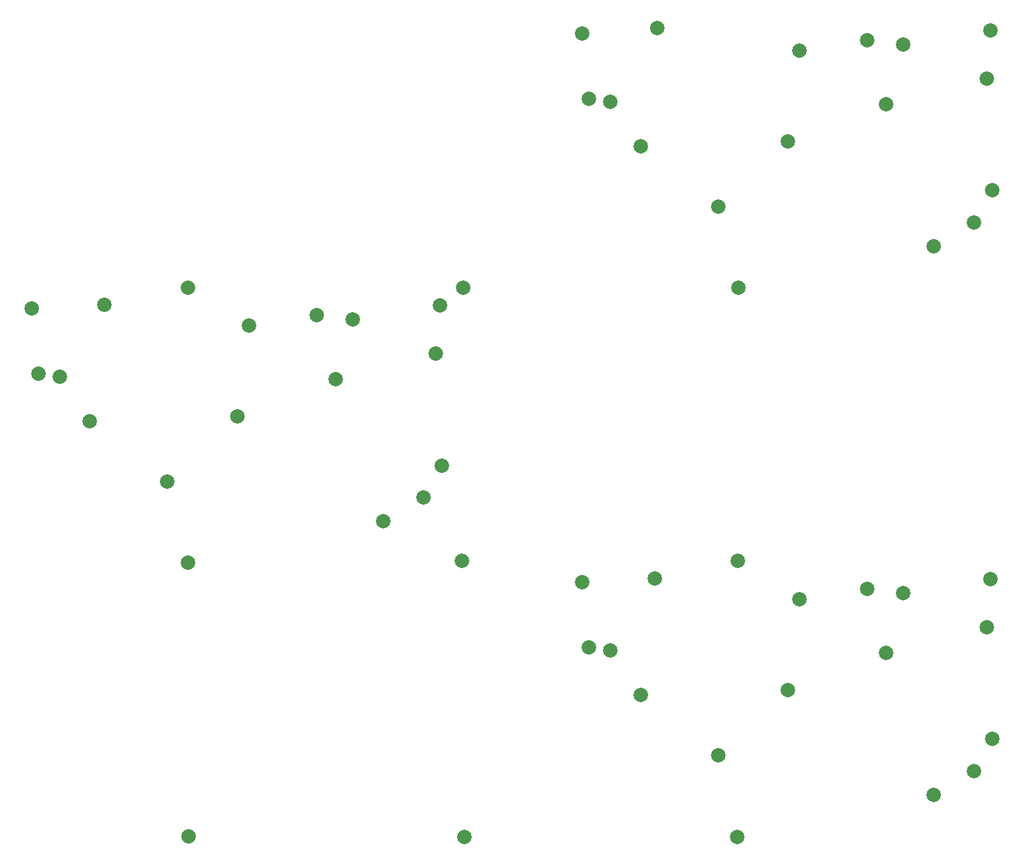
<source format=gbs>
G04 Layer_Color=16711935*
%FSLAX25Y25*%
%MOIN*%
G70*
G01*
G75*
%ADD40C,0.07868*%
D40*
X255900Y322300D02*
D03*
X288000Y352700D02*
D03*
X176200Y379600D02*
D03*
X182700Y429200D02*
D03*
X230000Y399900D02*
D03*
X219700Y434900D02*
D03*
X284800Y413900D02*
D03*
X239261Y432576D02*
D03*
X287000Y440200D02*
D03*
X67600Y402800D02*
D03*
X95800Y376900D02*
D03*
X79300Y401200D02*
D03*
X63900Y438600D02*
D03*
X138119Y343919D02*
D03*
X278012Y335112D02*
D03*
X404400Y290900D02*
D03*
X556600Y172700D02*
D03*
X588700Y203100D02*
D03*
X476900Y230000D02*
D03*
X483400Y279600D02*
D03*
X530700Y250300D02*
D03*
X520400Y285300D02*
D03*
X585500Y264300D02*
D03*
X539961Y282976D02*
D03*
X587700Y290600D02*
D03*
X368300Y253200D02*
D03*
X396500Y227300D02*
D03*
X380000Y251600D02*
D03*
X364600Y289000D02*
D03*
X438819Y194319D02*
D03*
X578712Y185512D02*
D03*
X149800Y149900D02*
D03*
X300400Y149400D02*
D03*
X449200D02*
D03*
X449700Y300500D02*
D03*
X299100D02*
D03*
X149300Y299600D02*
D03*
Y449800D02*
D03*
X299500D02*
D03*
X450000Y450000D02*
D03*
X578712Y485512D02*
D03*
X438819Y494319D02*
D03*
X364600Y589000D02*
D03*
X380000Y551600D02*
D03*
X396500Y527300D02*
D03*
X368300Y553200D02*
D03*
X405800Y592000D02*
D03*
X587700Y590600D02*
D03*
X539961Y582976D02*
D03*
X585500Y564300D02*
D03*
X520400Y585300D02*
D03*
X530700Y550300D02*
D03*
X483400Y579600D02*
D03*
X476900Y530000D02*
D03*
X588700Y503100D02*
D03*
X556600Y472700D02*
D03*
X103500Y440400D02*
D03*
M02*

</source>
